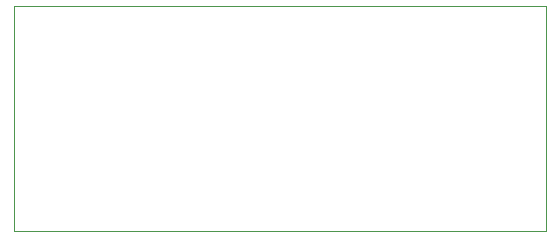
<source format=gbr>
G04 #@! TF.GenerationSoftware,KiCad,Pcbnew,(6.0.0-rc1-dev-438-g6845ac2cc-dirty)*
G04 #@! TF.CreationDate,2018-08-30T21:51:26+02:00*
G04 #@! TF.ProjectId,RapTorS,526170546F72532E6B696361645F7063,rev?*
G04 #@! TF.SameCoordinates,Original*
G04 #@! TF.FileFunction,Profile,NP*
%FSLAX46Y46*%
G04 Gerber Fmt 4.6, Leading zero omitted, Abs format (unit mm)*
G04 Created by KiCad (PCBNEW (6.0.0-rc1-dev-438-g6845ac2cc-dirty)) date 2018 August 30, Thursday 21:51:26*
%MOMM*%
%LPD*%
G01*
G04 APERTURE LIST*
%ADD10C,0.120000*%
G04 APERTURE END LIST*
D10*
X138760200Y-91160600D02*
X138760200Y-110160600D01*
X183760200Y-110160600D02*
X138760200Y-110160600D01*
X183760200Y-91160600D02*
X183760200Y-110160600D01*
X138760200Y-91160600D02*
X183760200Y-91160600D01*
M02*

</source>
